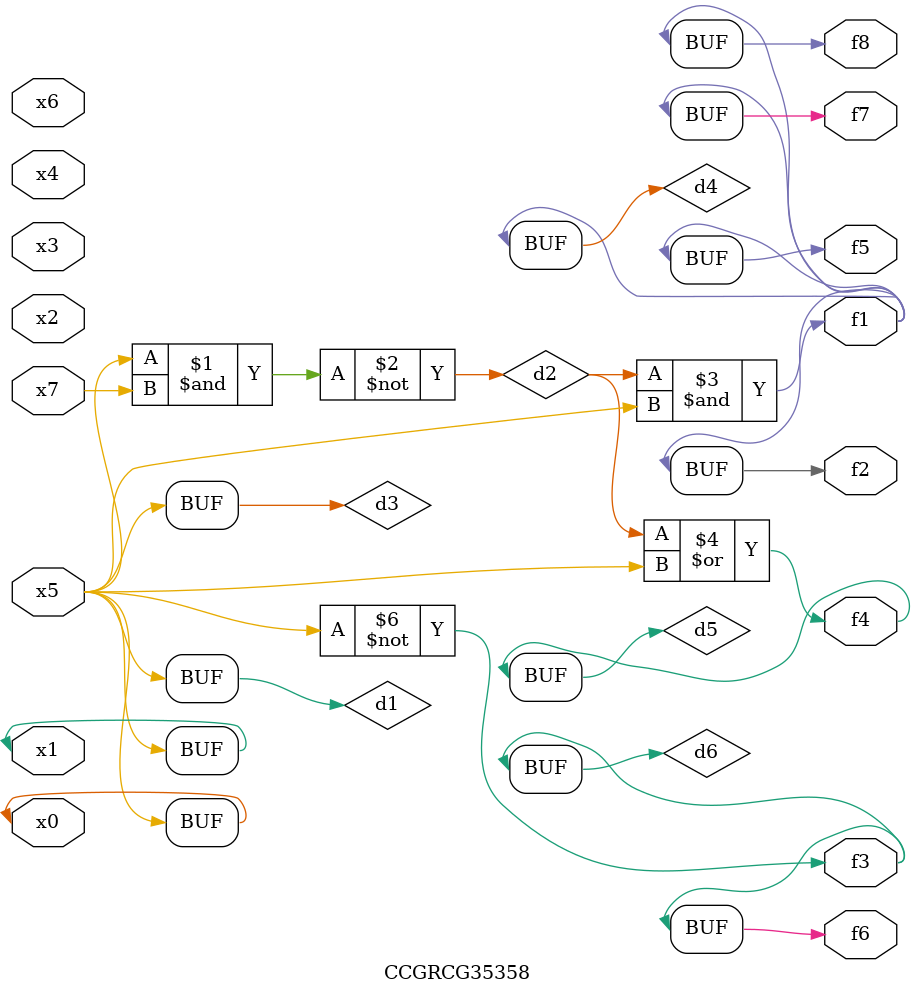
<source format=v>
module CCGRCG35358(
	input x0, x1, x2, x3, x4, x5, x6, x7,
	output f1, f2, f3, f4, f5, f6, f7, f8
);

	wire d1, d2, d3, d4, d5, d6;

	buf (d1, x0, x5);
	nand (d2, x5, x7);
	buf (d3, x0, x1);
	and (d4, d2, d3);
	or (d5, d2, d3);
	nor (d6, d1, d3);
	assign f1 = d4;
	assign f2 = d4;
	assign f3 = d6;
	assign f4 = d5;
	assign f5 = d4;
	assign f6 = d6;
	assign f7 = d4;
	assign f8 = d4;
endmodule

</source>
